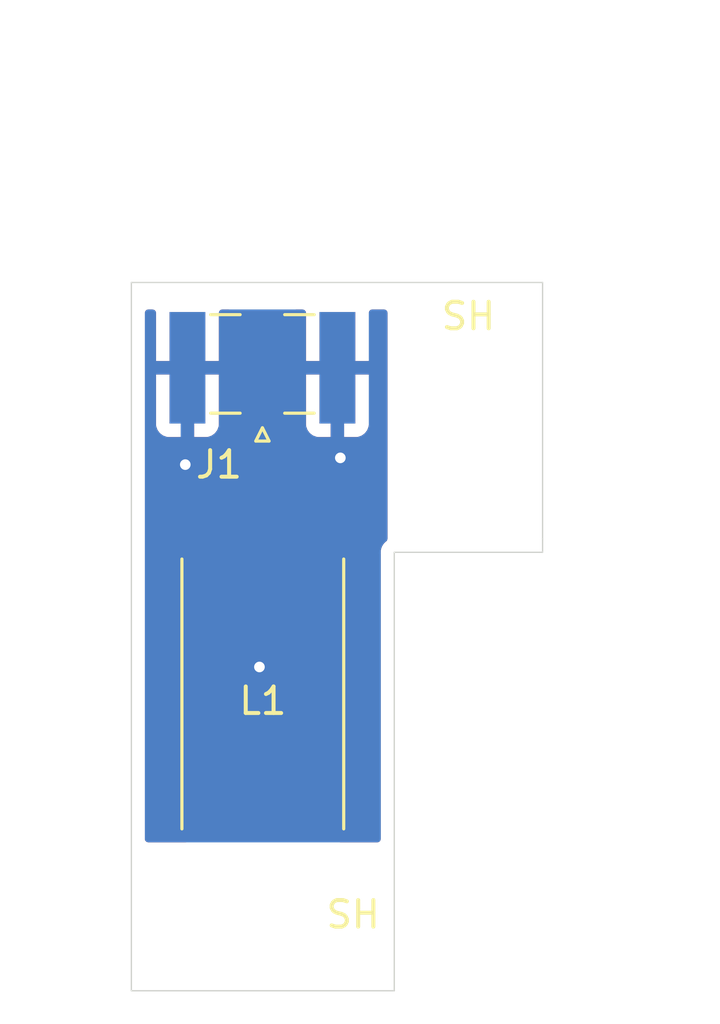
<source format=kicad_pcb>
(kicad_pcb (version 20211014) (generator pcbnew)
  (layers (0 "F.Cu" signal) (31 "B.Cu" signal) (34 "B.Paste" user) (35 "F.Paste" user) (36 "B.SilkS" user "B.Silkscreen") (37 "F.SilkS" user "F.Silkscreen") (38 "B.Mask" user) (39 "F.Mask" user) (44 "Edge.Cuts" user))
  (net 0 "")
  (net 1 "GND")
  (net 2 "Net-(J1-Pad1)")
  (footprint "Connector_Coaxial:SMA_Samtec_SMA-J-P-X-ST-EM1_EdgeMount" (layer "F.Cu") (at 139.05 99.9855 180)
    (fp_text reference "J1" (at 1.636 -3.6465) (layer "F.SilkS"))
    (fp_text value "Conn_Coaxial")
    (fp_line (start -0.25 -2.76) (end 0 -2.26) (layer "F.SilkS") (width 0.12))
    (fp_line (start 0.84 2) (end 1.95 2) (layer "F.SilkS") (width 0.12))
    (fp_line (start -1.95 2) (end -0.84 2) (layer "F.SilkS") (width 0.12))
    (fp_line (start 0.84 -1.71) (end 1.95 -1.71) (layer "F.SilkS") (width 0.12))
    (fp_line (start -1.95 -1.71) (end -0.84 -1.71) (layer "F.SilkS") (width 0.12))
    (fp_line (start 0.25 -2.76) (end -0.25 -2.76) (layer "F.SilkS") (width 0.12))
    (fp_line (start 0 -2.26) (end 0.25 -2.76) (layer "F.SilkS") (width 0.12))
    (pad "1" smd rect (at 0 0.2 180) (size 1.27 3.6) (layers "F.Cu" "F.Paste" "F.Mask") (net 2 "Net-(J1-Pad1)"))
    (pad "2" smd rect (at 2.825 0 180) (size 1.35 4.2) (layers "B.Cu" "B.Paste" "B.Mask") (net 1 "GND"))
    (pad "2" smd rect (at 2.825 0 180) (size 1.35 4.2) (layers "F.Cu" "F.Paste" "F.Mask") (net 1 "GND"))
    (pad "2" smd rect (at -2.825 0 180) (size 1.35 4.2) (layers "B.Cu" "B.Paste" "B.Mask") (net 1 "GND"))
    (pad "2" smd rect (at -2.825 0 180) (size 1.35 4.2) (layers "F.Cu" "F.Paste" "F.Mask") (net 1 "GND"))
  )
  (footprint "L_Coil:L_Coil" (layer "F.Cu") (at 139.065 109.474 180)
    (fp_text reference "L1" (at 0 -3.056) (layer "F.SilkS"))
    (fp_text value "L")
    (fp_line (start 3.048 -7.874) (end 3.048 2.286) (layer "F.SilkS") (width 0.12))
    (fp_line (start -3.048 -7.874) (end -3.048 2.286) (layer "F.SilkS") (width 0.12))
    (pad "1" smd rect locked (at 0 1.016 180) (size 5.08 2.286) (layers "F.Cu" "F.Paste" "F.Mask") (net 2 "Net-(J1-Pad1)"))
    (pad "2" smd rect locked (at 0 -6.604 180) (size 5.08 2.286) (layers "F.Cu" "F.Paste" "F.Mask") (net 1 "GND"))
  )
  (footprint "MountingHole:MountingHole_2.2mm_M2" (layer "F.Cu") (at 139.065 120.65)
    (fp_text reference "SH" (at 3.4036 -0.0762) (layer "F.SilkS"))
    (fp_text value "MountingHole_2.2mm_M2")
    (pad "" np_thru_hole circle (at 0 0) (size 2.2 2.2) (drill 2.2) (layers *.Cu *.Mask))
  )
  (footprint "MountingHole:MountingHole_2.2mm_M2" (layer "F.Cu") (at 146.812 101.346)
    (fp_text reference "SH" (at 0 -3.302) (layer "F.SilkS"))
    (fp_text value "MountingHole_2.2mm_M2")
    (pad "" np_thru_hole circle (at 0 0) (size 2.2 2.2) (drill 2.2) (layers *.Cu *.Mask))
  )
  (gr_line (start 149.606 96.774) (end 149.606 106.426) (layer "Edge.Cuts") (width 0.05))
  (gr_line (start 149.606 106.426) (end 149.606 106.934) (layer "Edge.Cuts") (width 0.05))
  (gr_line (start 144.018 106.934) (end 144.018 123.444) (layer "Edge.Cuts") (width 0.05))
  (gr_line (start 134.112 96.774) (end 149.606 96.774) (layer "Edge.Cuts") (width 0.05))
  (gr_line (start 144.018 123.444) (end 134.112 123.444) (layer "Edge.Cuts") (width 0.05))
  (gr_line (start 149.606 106.934) (end 144.018 106.934) (layer "Edge.Cuts") (width 0.05))
  (gr_line (start 134.112 123.444) (end 134.112 96.774) (layer "Edge.Cuts") (width 0.05))
  (via (at 141.986 103.378) (size 0.8) (drill 0.4) (layers "F.Cu" "B.Cu") (net 1))
  (via (at 136.144 103.632) (size 0.8) (drill 0.4) (layers "F.Cu" "B.Cu") (net 1))
  (via (at 138.938 111.252) (size 0.8) (drill 0.4) (layers "F.Cu" "B.Cu") (net 1))
  (segment (start 139.065 101.473) (end 139.065 108.458) (width 1.044) (layer "F.Cu") (net 2))
  (zone (net 1) (net_name "GND") (layer "F.Cu") (connect_pads (clearance 0.508)) (min_thickness 0.254) (fill yes (thermal_gap 0.508) (thermal_bridge_width 0.508))
    (polygon (pts (xy 143.764 117.856) (xy 134.366 117.856) (xy 134.366 97.79) (xy 143.764 97.79)))
  )
  (zone (net 1) (net_name "GND") (layer "B.Cu") (connect_pads (clearance 0.508)) (min_thickness 0.254) (fill yes (thermal_gap 0.508) (thermal_bridge_width 0.508))
    (polygon (pts (xy 143.764 117.856) (xy 134.366 117.856) (xy 134.366 97.79) (xy 143.764 97.79)))
  )
)
</source>
